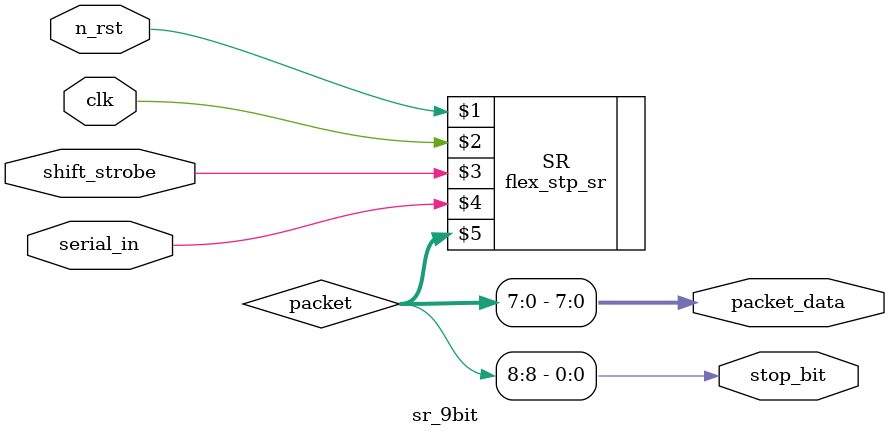
<source format=sv>


module sr_9bit
  (
   input wire clk,
   input wire n_rst,
   input wire shift_strobe,
   input wire serial_in,
   output wire [7:0] packet_data,
   output wire stop_bit
   );

   reg [8:0] packet;
   
   defparam SR.NUM_BITS = 9;
   defparam SR.SHIFT_MSB = 0;

   
   assign packet_data = packet[7:0];
   assign stop_bit = packet[8];
   

   flex_stp_sr SR(n_rst,clk,shift_strobe,serial_in,packet);
   
endmodule // sr_9bit

</source>
